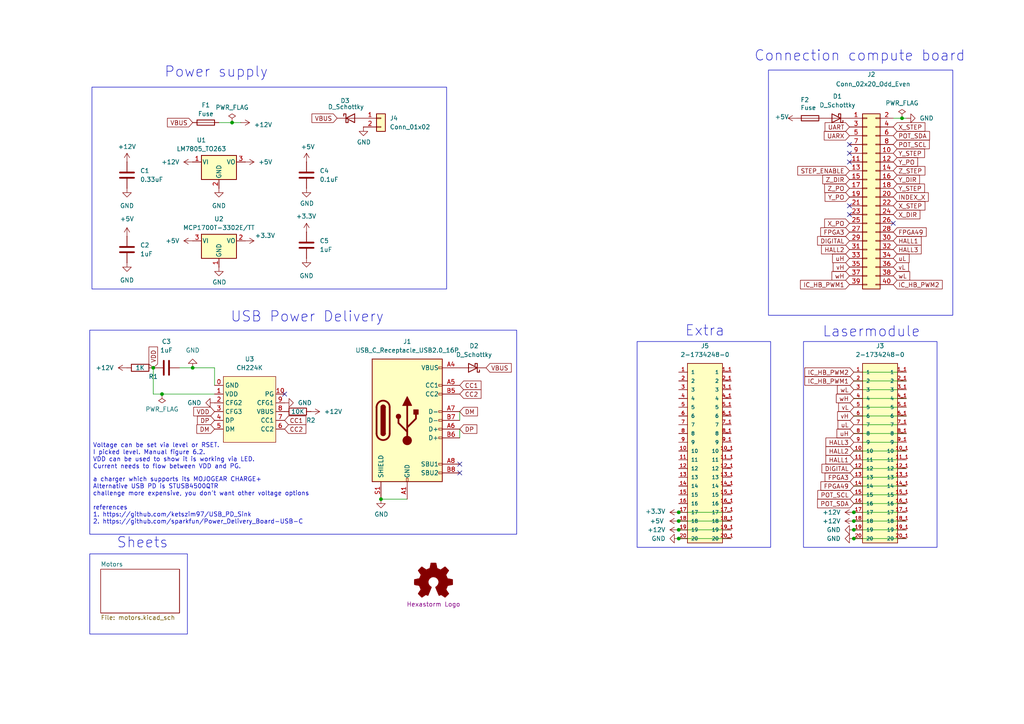
<source format=kicad_sch>
(kicad_sch (version 20231120) (generator "eeschema") (generator_version "8.0")
  (paper "A4")
  (title_block (title "Firestarter ") (date "2024-08-10") (company "Hexastorm") (comment 1 "v3"))
  (lib_symbols
    (symbol "Connector:USB_C_Receptacle_USB2.0_16P" (pin_names (offset 1.016))
      (property "Reference" "J" (at 0 22.225 0))
      (property "Value" "USB_C_Receptacle_USB2.0_16P" (at 0 19.685 0))
      (symbol "USB_C_Receptacle_USB2.0_16P_1_1"
        (pin passive line (at 0 -22.86 90) (length 5.08) (name "GND") (number "A1"))
        (pin passive line (at 0 -22.86 90) (length 5.08) hide (name "GND") (number "A12"))
        (pin passive line (at 15.24 15.24 180) (length 5.08) (name "VBUS") (number "A4"))
        (pin bidirectional line (at 15.24 10.16 180) (length 5.08) (name "CC1") (number "A5"))
        (pin bidirectional line (at 15.24 -2.54 180) (length 5.08) (name "D+") (number "A6"))
        (pin bidirectional line (at 15.24 2.54 180) (length 5.08) (name "D-") (number "A7"))
        (pin bidirectional line (at 15.24 -12.7 180) (length 5.08) (name "SBU1") (number "A8"))
        (pin passive line (at 15.24 15.24 180) (length 5.08) hide (name "VBUS") (number "A9"))
        (pin passive line (at 0 -22.86 90) (length 5.08) hide (name "GND") (number "B1"))
        (pin passive line (at 0 -22.86 90) (length 5.08) hide (name "GND") (number "B12"))
        (pin passive line (at 15.24 15.24 180) (length 5.08) hide (name "VBUS") (number "B4"))
        (pin bidirectional line (at 15.24 7.62 180) (length 5.08) (name "CC2") (number "B5"))
        (pin bidirectional line (at 15.24 -5.08 180) (length 5.08) (name "D+") (number "B6"))
        (pin bidirectional line (at 15.24 0 180) (length 5.08) (name "D-") (number "B7"))
        (pin bidirectional line (at 15.24 -15.24 180) (length 5.08) (name "SBU2") (number "B8"))
        (pin passive line (at 15.24 15.24 180) (length 5.08) hide (name "VBUS") (number "B9"))
        (pin passive line (at -7.62 -22.86 90) (length 5.08) (name "SHIELD") (number "S1"))
      )
    )
    (symbol "Connector_Generic:Conn_01x02" (pin_names (offset 1.016) hide)
      (property "Reference" "J" (at 0 2.54 0))
      (property "Value" "Conn_01x02" (at 0 -5.08 0))
      (symbol "Conn_01x02_1_1"
        (pin passive line (at -5.08 0 0) (length 3.81) (name "Pin_1") (number "1"))
        (pin passive line (at -5.08 -2.54 0) (length 3.81) (name "Pin_2") (number "2"))
      )
    )
    (symbol "Connector_Generic:Conn_02x20_Odd_Even" (pin_names (offset 1.016) hide)
      (property "Reference" "J" (at 1.27 25.4 0))
      (property "Value" "Conn_02x20_Odd_Even" (at 1.27 -27.94 0))
      (symbol "Conn_02x20_Odd_Even_1_1"
        (pin passive line (at -5.08 22.86 0) (length 3.81) (name "Pin_1") (number "1"))
        (pin passive line (at 7.62 12.7 180) (length 3.81) (name "Pin_10") (number "10"))
        (pin passive line (at -5.08 10.16 0) (length 3.81) (name "Pin_11") (number "11"))
        (pin passive line (at 7.62 10.16 180) (length 3.81) (name "Pin_12") (number "12"))
        (pin passive line (at -5.08 7.62 0) (length 3.81) (name "Pin_13") (number "13"))
        (pin passive line (at 7.62 7.62 180) (length 3.81) (name "Pin_14") (number "14"))
        (pin passive line (at -5.08 5.08 0) (length 3.81) (name "Pin_15") (number "15"))
        (pin passive line (at 7.62 5.08 180) (length 3.81) (name "Pin_16") (number "16"))
        (pin passive line (at -5.08 2.54 0) (length 3.81) (name "Pin_17") (number "17"))
        (pin passive line (at 7.62 2.54 180) (length 3.81) (name "Pin_18") (number "18"))
        (pin passive line (at -5.08 0 0) (length 3.81) (name "Pin_19") (number "19"))
        (pin passive line (at 7.62 22.86 180) (length 3.81) (name "Pin_2") (number "2"))
        (pin passive line (at 7.62 0 180) (length 3.81) (name "Pin_20") (number "20"))
        (pin passive line (at -5.08 -2.54 0) (length 3.81) (name "Pin_21") (number "21"))
        (pin passive line (at 7.62 -2.54 180) (length 3.81) (name "Pin_22") (number "22"))
        (pin passive line (at -5.08 -5.08 0) (length 3.81) (name "Pin_23") (number "23"))
        (pin passive line (at 7.62 -5.08 180) (length 3.81) (name "Pin_24") (number "24"))
        (pin passive line (at -5.08 -7.62 0) (length 3.81) (name "Pin_25") (number "25"))
        (pin passive line (at 7.62 -7.62 180) (length 3.81) (name "Pin_26") (number "26"))
        (pin passive line (at -5.08 -10.16 0) (length 3.81) (name "Pin_27") (number "27"))
        (pin passive line (at 7.62 -10.16 180) (length 3.81) (name "Pin_28") (number "28"))
        (pin passive line (at -5.08 -12.7 0) (length 3.81) (name "Pin_29") (number "29"))
        (pin passive line (at -5.08 20.32 0) (length 3.81) (name "Pin_3") (number "3"))
        (pin passive line (at 7.62 -12.7 180) (length 3.81) (name "Pin_30") (number "30"))
        (pin passive line (at -5.08 -15.24 0) (length 3.81) (name "Pin_31") (number "31"))
        (pin passive line (at 7.62 -15.24 180) (length 3.81) (name "Pin_32") (number "32"))
        (pin passive line (at -5.08 -17.78 0) (length 3.81) (name "Pin_33") (number "33"))
        (pin passive line (at 7.62 -17.78 180) (length 3.81) (name "Pin_34") (number "34"))
        (pin passive line (at -5.08 -20.32 0) (length 3.81) (name "Pin_35") (number "35"))
        (pin passive line (at 7.62 -20.32 180) (length 3.81) (name "Pin_36") (number "36"))
        (pin passive line (at -5.08 -22.86 0) (length 3.81) (name "Pin_37") (number "37"))
        (pin passive line (at 7.62 -22.86 180) (length 3.81) (name "Pin_38") (number "38"))
        (pin passive line (at -5.08 -25.4 0) (length 3.81) (name "Pin_39") (number "39"))
        (pin passive line (at 7.62 20.32 180) (length 3.81) (name "Pin_4") (number "4"))
        (pin passive line (at 7.62 -25.4 180) (length 3.81) (name "Pin_40") (number "40"))
        (pin passive line (at -5.08 17.78 0) (length 3.81) (name "Pin_5") (number "5"))
        (pin passive line (at 7.62 17.78 180) (length 3.81) (name "Pin_6") (number "6"))
        (pin passive line (at -5.08 15.24 0) (length 3.81) (name "Pin_7") (number "7"))
        (pin passive line (at 7.62 15.24 180) (length 3.81) (name "Pin_8") (number "8"))
        (pin passive line (at -5.08 12.7 0) (length 3.81) (name "Pin_9") (number "9"))
      )
    )
    (symbol "Device:C" (pin_numbers hide) (pin_names (offset 0.254))
      (property "Reference" "C" (at 0.635 2.54 0))
      (property "Value" "C" (at 0.635 -2.54 0))
      (symbol "C_1_1"
        (pin passive line (at 0 3.81 270) (length 2.794) (name "~") (number "1"))
        (pin passive line (at 0 -3.81 90) (length 2.794) (name "~") (number "2"))
      )
    )
    (symbol "Device:D_Schottky" (pin_numbers hide) (pin_names (offset 1.016) hide)
      (property "Reference" "D" (at 0 2.54 0))
      (property "Value" "D_Schottky" (at 0 -2.54 0))
      (symbol "D_Schottky_1_1"
        (pin passive line (at -3.81 0 0) (length 2.54) (name "K") (number "1"))
        (pin passive line (at 3.81 0 180) (length 2.54) (name "A") (number "2"))
      )
    )
    (symbol "Device:Fuse" (pin_numbers hide) (pin_names (offset 0))
      (property "Reference" "F" (at 2.032 0 90))
      (property "Value" "Fuse" (at -1.905 0 90))
      (symbol "Fuse_1_1"
        (pin passive line (at 0 3.81 270) (length 1.27) (name "~") (number "1"))
        (pin passive line (at 0 -3.81 90) (length 1.27) (name "~") (number "2"))
      )
    )
    (symbol "Device:R" (pin_numbers hide) (pin_names (offset 0))
      (property "Reference" "R" (at 2.032 0 90))
      (property "Value" "R" (at 0 0 90))
      (symbol "R_1_1"
        (pin passive line (at 0 3.81 270) (length 1.27) (name "~") (number "1"))
        (pin passive line (at 0 -3.81 90) (length 1.27) (name "~") (number "2"))
      )
    )
    (symbol "Graphic:Logo_Open_Hardware_Small" (in_bom no) (on_board no))
    (symbol "Regulator_Linear:LM7805_TO220" (pin_names (offset 0.254))
      (property "Reference" "U" (at -3.81 3.175 0))
      (property "Value" "LM7805_TO220" (at 0 3.175 0))
      (symbol "LM7805_TO220_1_1"
        (pin power_in line (at -7.62 0 0) (length 2.54) (name "VI") (number "1"))
        (pin power_in line (at 0 -7.62 90) (length 2.54) (name "GND") (number "2"))
        (pin power_out line (at 7.62 0 180) (length 2.54) (name "VO") (number "3"))
      )
    )
    (symbol "Regulator_Linear:MCP1700x-120xxTT" (pin_names (offset 0.254))
      (property "Reference" "U" (at -3.81 3.175 0))
      (property "Value" "MCP1700x-120xxTT" (at 0 3.175 0))
      (symbol "MCP1700x-120xxTT_1_1"
        (pin power_in line (at 0 -7.62 90) (length 2.54) (name "GND") (number "1"))
        (pin power_out line (at 7.62 0 180) (length 2.54) (name "VO") (number "2"))
        (pin power_in line (at -7.62 0 0) (length 2.54) (name "VI") (number "3"))
      )
    )
    (symbol "firestarter_library:2-1734248-0" (pin_names (offset 1.016))
      (property "Reference" "J" (at -5.08 20.955 0))
      (property "Value" "2-1734248-0" (at -6.35 -35.56 0))
      (symbol "2-1734248-0_0_0"
        (pin passive line (at -7.62 17.78 0) (length 2.54) (name "1") (number "1"))
        (pin passive line (at -7.62 -5.08 0) (length 2.54) (name "10") (number "10"))
        (pin passive line (at 7.62 -5.08 180) (length 2.54) (name "10") (number "10_1"))
        (pin passive line (at -7.62 -7.62 0) (length 2.54) (name "11") (number "11"))
        (pin passive line (at 7.62 -7.62 180) (length 2.54) (name "11") (number "11_1"))
        (pin passive line (at -7.62 -10.16 0) (length 2.54) (name "12") (number "12"))
        (pin passive line (at 7.62 -10.16 180) (length 2.54) (name "12") (number "12_1"))
        (pin passive line (at -7.62 -12.7 0) (length 2.54) (name "13") (number "13"))
        (pin passive line (at 7.62 -12.7 180) (length 2.54) (name "13") (number "13_1"))
        (pin passive line (at -7.62 -15.24 0) (length 2.54) (name "14") (number "14"))
        (pin passive line (at 7.62 -15.24 180) (length 2.54) (name "14") (number "14_1"))
        (pin passive line (at -7.62 -17.78 0) (length 2.54) (name "15") (number "15"))
        (pin passive line (at 7.62 -17.78 180) (length 2.54) (name "15") (number "15_1"))
        (pin passive line (at 7.62 17.78 180) (length 2.54) (name "1") (number "1_1"))
        (pin passive line (at -7.62 15.24 0) (length 2.54) (name "2") (number "2"))
        (pin passive line (at 7.62 15.24 180) (length 2.54) (name "2") (number "2_1"))
        (pin passive line (at -7.62 12.7 0) (length 2.54) (name "3") (number "3"))
        (pin passive line (at 7.62 12.7 180) (length 2.54) (name "3") (number "3_1"))
        (pin passive line (at -7.62 10.16 0) (length 2.54) (name "4") (number "4"))
        (pin passive line (at 7.62 10.16 180) (length 2.54) (name "4") (number "4_1"))
        (pin passive line (at -7.62 7.62 0) (length 2.54) (name "5") (number "5"))
        (pin passive line (at 7.62 7.62 180) (length 2.54) (name "5") (number "5_1"))
        (pin passive line (at -7.62 5.08 0) (length 2.54) (name "6") (number "6"))
        (pin passive line (at 7.62 5.08 180) (length 2.54) (name "6") (number "6_1"))
        (pin passive line (at -7.62 2.54 0) (length 2.54) (name "7") (number "7"))
        (pin passive line (at 7.62 2.54 180) (length 2.54) (name "7") (number "7_1"))
        (pin passive line (at -7.62 0 0) (length 2.54) (name "8") (number "8"))
        (pin passive line (at 7.62 0 180) (length 2.54) (name "8") (number "8_1"))
        (pin passive line (at -7.62 -2.54 0) (length 2.54) (name "9") (number "9"))
        (pin passive line (at 7.62 -2.54 180) (length 2.54) (name "9") (number "9_1"))
      )
      (symbol "2-1734248-0_1_0"
        (pin passive line (at -7.62 -20.32 0) (length 2.54) (name "16") (number "16"))
        (pin passive line (at 7.62 -20.32 180) (length 2.54) (name "16") (number "16_1"))
        (pin passive line (at -7.62 -22.86 0) (length 2.54) (name "17") (number "17"))
        (pin passive line (at 7.62 -22.86 180) (length 2.54) (name "17") (number "17_1"))
        (pin passive line (at -7.62 -25.4 0) (length 2.54) (name "18") (number "18"))
        (pin passive line (at 7.62 -25.4 180) (length 2.54) (name "18") (number "18_1"))
        (pin passive line (at -7.62 -27.94 0) (length 2.54) (name "19") (number "19"))
        (pin passive line (at 7.62 -27.94 180) (length 2.54) (name "19") (number "19_1"))
        (pin passive line (at -7.62 -30.48 0) (length 2.54) (name "20") (number "20"))
        (pin passive line (at 7.62 -30.48 180) (length 2.54) (name "20") (number "20_1"))
      )
    )
    (symbol "power:+12V" (power) (pin_numbers hide) (pin_names (offset 0) hide)
      (property "Value" "+12V" (at 0 3.556 0))
      (symbol "+12V_1_1"
        (pin power_in line (at 0 0 90) (length 0) (name "~") (number "1"))
      )
    )
    (symbol "power:+3.3V" (power) (pin_numbers hide) (pin_names (offset 0) hide)
      (property "Value" "+3.3V" (at 0 3.556 0))
      (symbol "+3.3V_1_1"
        (pin power_in line (at 0 0 90) (length 0) (name "~") (number "1"))
      )
    )
    (symbol "power:+5V" (power) (pin_numbers hide) (pin_names (offset 0) hide)
      (property "Value" "+5V" (at 0 3.556 0))
      (symbol "+5V_1_1"
        (pin power_in line (at 0 0 90) (length 0) (name "~") (number "1"))
      )
    )
    (symbol "power:GND" (power) (pin_numbers hide) (pin_names (offset 0) hide)
      (property "Value" "GND" (at 0 -3.81 0))
      (symbol "GND_1_1"
        (pin power_in line (at 0 0 270) (length 0) (name "~") (number "1"))
      )
    )
    (symbol "power:PWR_FLAG" (power) (pin_numbers hide) (pin_names (offset 0) hide)
      (property "Value" "PWR_FLAG" (at 0 3.81 0))
      (symbol "PWR_FLAG_0_0"
        (pin power_out line (at 0 0 90) (length 0) (name "~") (number "1"))
      )
    )
    (symbol "wch_mcu_peripheral:CH224K"
      (property "Reference" "U" (at 0 -10.16 0))
      (property "Value" "CH224K" (at 5.08 -11.43 0))
      (symbol "CH224K_1_1"
        (pin power_in line (at -10.16 7.62 0) (length 2.54) (name "GND") (number "0"))
        (pin power_in line (at -10.16 5.08 0) (length 2.54) (name "VDD") (number "1"))
        (pin output line (at 10.16 5.08 180) (length 2.54) (name "PG") (number "10"))
        (pin input line (at -10.16 2.54 0) (length 2.54) (name "CFG2") (number "2"))
        (pin input line (at -10.16 0 0) (length 2.54) (name "CFG3") (number "3"))
        (pin bidirectional line (at -10.16 -2.54 0) (length 2.54) (name "DP") (number "4"))
        (pin bidirectional line (at -10.16 -5.08 0) (length 2.54) (name "DM") (number "5"))
        (pin bidirectional line (at 10.16 -5.08 180) (length 2.54) (name "CC2") (number "6"))
        (pin bidirectional line (at 10.16 -2.54 180) (length 2.54) (name "CC1") (number "7"))
        (pin input line (at 10.16 0 180) (length 2.54) (name "VBUS") (number "8"))
        (pin input line (at 10.16 2.54 180) (length 2.54) (name "CFG1") (number "9"))
      )
    )
  )
  (junction (at 247.65 156.21))
  (junction (at 196.85 153.67))
  (junction (at 55.88 106.68))
  (junction (at 247.65 153.67))
  (junction (at 247.65 148.59))
  (junction (at 46.99 114.3))
  (junction (at 247.65 151.13))
  (junction (at 196.85 148.59))
  (junction (at 261.62 34.29))
  (junction (at 196.85 156.21))
  (junction (at 44.45 106.68))
  (junction (at 110.49 144.78))
  (junction (at 196.85 151.13))
  (junction (at 67.31 35.56))
  (no_connect (at 246.38 41.91))
  (no_connect (at 133.35 137.16))
  (no_connect (at 133.35 134.62))
  (no_connect (at 246.38 46.99))
  (no_connect (at 82.55 114.3))
  (no_connect (at 246.38 62.23))
  (no_connect (at 246.38 44.45))
  (no_connect (at 246.38 59.69))
  (no_connect (at 259.08 64.77))
  (wire (pts (xy 247.65 113.03) (xy 262.89 113.03)))
  (wire (pts (xy 247.65 140.97) (xy 262.89 140.97)))
  (wire (pts (xy 196.85 148.59) (xy 212.09 148.59)))
  (wire (pts (xy 247.65 143.51) (xy 262.89 143.51)))
  (wire (pts (xy 196.85 156.21) (xy 212.09 156.21)))
  (wire (pts (xy 247.65 120.65) (xy 262.89 120.65)))
  (wire (pts (xy 196.85 153.67) (xy 212.09 153.67)))
  (wire (pts (xy 247.65 110.49) (xy 262.89 110.49)))
  (wire (pts (xy 110.49 144.78) (xy 118.11 144.78)))
  (wire (pts (xy 247.65 115.57) (xy 262.89 115.57)))
  (wire (pts (xy 44.45 106.68) (xy 44.45 114.3)))
  (wire (pts (xy 52.07 106.68) (xy 55.88 106.68)))
  (wire (pts (xy 196.85 151.13) (xy 212.09 151.13)))
  (wire (pts (xy 67.31 35.56) (xy 69.85 35.56)))
  (wire (pts (xy 247.65 130.81) (xy 262.89 130.81)))
  (wire (pts (xy 261.62 34.29) (xy 262.89 34.29)))
  (wire (pts (xy 55.88 106.68) (xy 62.23 106.68)))
  (wire (pts (xy 247.65 107.95) (xy 262.89 107.95)))
  (wire (pts (xy 247.65 151.13) (xy 262.89 151.13)))
  (wire (pts (xy 247.65 146.05) (xy 262.89 146.05)))
  (wire (pts (xy 247.65 128.27) (xy 262.89 128.27)))
  (wire (pts (xy 247.65 118.11) (xy 262.89 118.11)))
  (wire (pts (xy 247.65 153.67) (xy 262.89 153.67)))
  (wire (pts (xy 247.65 135.89) (xy 262.89 135.89)))
  (wire (pts (xy 247.65 133.35) (xy 262.89 133.35)))
  (wire (pts (xy 44.45 114.3) (xy 46.99 114.3)))
  (wire (pts (xy 63.5 35.56) (xy 67.31 35.56)))
  (wire (pts (xy 259.08 34.29) (xy 261.62 34.29)))
  (wire (pts (xy 62.23 106.68) (xy 62.23 111.76)))
  (wire (pts (xy 247.65 125.73) (xy 262.89 125.73)))
  (wire (pts (xy 247.65 138.43) (xy 262.89 138.43)))
  (wire (pts (xy 133.35 124.46) (xy 133.35 127)))
  (wire (pts (xy 247.65 156.21) (xy 262.89 156.21)))
  (wire (pts (xy 247.65 123.19) (xy 262.89 123.19)))
  (wire (pts (xy 247.65 148.59) (xy 262.89 148.59)))
  (wire (pts (xy 46.99 114.3) (xy 62.23 114.3)))
  (wire (pts (xy 133.35 119.38) (xy 133.35 121.92)))
  (rectangle (start 26.67 25.273) (end 129.54 83.82))
  (rectangle (start 233.045 99.06) (end 271.78 158.75))
  (rectangle (start 26.035 95.758) (end 149.86 154.94))
  (rectangle (start 222.885 20.32) (end 276.352 91.44))
  (rectangle (start 26.035 160.655) (end 54.356 183.896))
  (rectangle (start 184.785 99.06) (end 223.52 158.75))
  (text "Power supply" (at 47.625 22.733 0) (effects (font (size 3 3)) (justify left bottom)))
  (text "Voltage can be set via level or RSET.\nI picked level. Manual figure 6.2.\nVDD can be used to show it is working via LED. \nCurrent needs to flow between VDD and PG." (at 26.924 136.144 0) (effects (font (size 1.27 1.27)) (justify left bottom)))
  (text "USB Power Delivery" (at 66.802 93.726 0) (effects (font (size 3 3)) (justify left bottom)))
  (text "a charger which supports its MOJOGEAR CHARGE+\nAlternative USB PD is STUSB4500QTR\nchallenge more expensive, you don't want other voltage options\n\nreferences\n1. https://github.com/ketszim97/USB_PD_Sink\n2. https://github.com/sparkfun/Power_Delivery_Board-USB-C" (at 26.924 145.288 0) (effects (font (size 1.27 1.27)) (justify left)))
  (text "Sheets" (at 33.782 159.258 0) (effects (font (size 3 3)) (justify left bottom)))
  (text "Extra" (at 198.628 97.79 0) (effects (font (size 3 3)) (justify left bottom)))
  (text "Lasermodule" (at 238.506 98.044 0) (effects (font (size 3 3)) (justify left bottom)))
  (text "Connection compute board" (at 218.694 18.034 0) (effects (font (size 3 3)) (justify left bottom)))
  (global_label "INDEX_X" (shape input) (at 259.08 57.15 0) (property "Intersheetrefs" "${INTERSHEET_REFS}" (effects (hide yes))))
  (global_label "VBUS" (shape input) (at 97.79 34.29 180) (property "Intersheetrefs" "${INTERSHEET_REFS}" (effects (hide yes))))
  (global_label "vL" (shape input) (at 259.08 77.47 0) (property "Intersheetrefs" "${INTERSHEET_REFS}" (effects (hide yes))))
  (global_label "DP" (shape input) (at 62.23 121.92 180) (property "Intersheetrefs" "${INTERSHEET_REFS}" (effects (hide yes))))
  (global_label "POT_SCL" (shape input) (at 259.08 41.91 0) (property "Intersheetrefs" "${INTERSHEET_REFS}" (effects (hide yes))))
  (global_label "VBUS" (shape input) (at 140.97 106.68 0) (property "Intersheetrefs" "${INTERSHEET_REFS}" (effects (hide yes))))
  (global_label "IC_HB_PWM2" (shape input) (at 259.08 82.55 0) (property "Intersheetrefs" "${INTERSHEET_REFS}" (effects (hide yes))))
  (global_label "vL" (shape input) (at 247.65 118.11 180) (property "Intersheetrefs" "${INTERSHEET_REFS}" (effects (hide yes))))
  (global_label "IC_HB_PWM1" (shape input) (at 247.65 110.49 180) (property "Intersheetrefs" "${INTERSHEET_REFS}" (effects (hide yes))))
  (global_label "DIGITAL" (shape input) (at 246.38 69.85 180) (property "Intersheetrefs" "${INTERSHEET_REFS}" (effects (hide yes))))
  (global_label "vH" (shape input) (at 247.65 120.65 180) (property "Intersheetrefs" "${INTERSHEET_REFS}" (effects (hide yes))))
  (global_label "vH" (shape input) (at 246.38 77.47 180) (property "Intersheetrefs" "${INTERSHEET_REFS}" (effects (hide yes))))
  (global_label "Y_DIR" (shape input) (at 259.08 52.07 0) (property "Intersheetrefs" "${INTERSHEET_REFS}" (effects (hide yes))))
  (global_label "wH" (shape input) (at 246.38 80.01 180) (property "Intersheetrefs" "${INTERSHEET_REFS}" (effects (hide yes))))
  (global_label "IC_HB_PWM2" (shape input) (at 247.65 107.95 180) (property "Intersheetrefs" "${INTERSHEET_REFS}" (effects (hide yes))))
  (global_label "uH" (shape input) (at 246.38 74.93 180) (property "Intersheetrefs" "${INTERSHEET_REFS}" (effects (hide yes))))
  (global_label "wL" (shape input) (at 247.65 113.03 180) (property "Intersheetrefs" "${INTERSHEET_REFS}" (effects (hide yes))))
  (global_label "DIGITAL" (shape input) (at 247.65 135.89 180) (property "Intersheetrefs" "${INTERSHEET_REFS}" (effects (hide yes))))
  (global_label "UARX" (shape input) (at 246.38 39.37 180) (property "Intersheetrefs" "${INTERSHEET_REFS}" (effects (hide yes))))
  (global_label "STEP_ENABLE" (shape input) (at 246.38 49.53 180) (property "Intersheetrefs" "${INTERSHEET_REFS}" (effects (hide yes))))
  (global_label "IC_HB_PWM1" (shape input) (at 246.38 82.55 180) (property "Intersheetrefs" "${INTERSHEET_REFS}" (effects (hide yes))))
  (global_label "wH" (shape input) (at 247.65 115.57 180) (property "Intersheetrefs" "${INTERSHEET_REFS}" (effects (hide yes))))
  (global_label "UART" (shape input) (at 246.38 36.83 180) (property "Intersheetrefs" "${INTERSHEET_REFS}" (effects (hide yes))))
  (global_label "uL" (shape input) (at 247.65 123.19 180) (property "Intersheetrefs" "${INTERSHEET_REFS}" (effects (hide yes))))
  (global_label "Y_PO" (shape input) (at 246.38 57.15 180) (property "Intersheetrefs" "${INTERSHEET_REFS}" (effects (hide yes))))
  (global_label "HALL3" (shape input) (at 247.65 128.27 180) (property "Intersheetrefs" "${INTERSHEET_REFS}" (effects (hide yes))))
  (global_label "DP" (shape input) (at 133.35 124.46 0) (property "Intersheetrefs" "${INTERSHEET_REFS}" (effects (hide yes))))
  (global_label "Z_STEP" (shape input) (at 259.08 49.53 0) (property "Intersheetrefs" "${INTERSHEET_REFS}" (effects (hide yes))))
  (global_label "HALL1" (shape input) (at 247.65 133.35 180) (property "Intersheetrefs" "${INTERSHEET_REFS}" (effects (hide yes))))
  (global_label "HALL1" (shape input) (at 259.08 69.85 0) (property "Intersheetrefs" "${INTERSHEET_REFS}" (effects (hide yes))))
  (global_label "Y_STEP" (shape input) (at 259.08 44.45 0) (property "Intersheetrefs" "${INTERSHEET_REFS}" (effects (hide yes))))
  (global_label "CC1" (shape input) (at 133.35 111.76 0) (property "Intersheetrefs" "${INTERSHEET_REFS}" (effects (hide yes))))
  (global_label "uH" (shape input) (at 247.65 125.73 180) (property "Intersheetrefs" "${INTERSHEET_REFS}" (effects (hide yes))))
  (global_label "HALL2" (shape input) (at 246.38 72.39 180) (property "Intersheetrefs" "${INTERSHEET_REFS}" (effects (hide yes))))
  (global_label "X_STEP" (shape input) (at 259.08 59.69 0) (property "Intersheetrefs" "${INTERSHEET_REFS}" (effects (hide yes))))
  (global_label "VBUS" (shape input) (at 55.88 35.56 180) (property "Intersheetrefs" "${INTERSHEET_REFS}" (effects (hide yes))))
  (global_label "CC2" (shape input) (at 133.35 114.3 0) (property "Intersheetrefs" "${INTERSHEET_REFS}" (effects (hide yes))))
  (global_label "X_STEP" (shape input) (at 259.08 36.83 0) (property "Intersheetrefs" "${INTERSHEET_REFS}" (effects (hide yes))))
  (global_label "Z_DIR" (shape input) (at 246.38 52.07 180) (property "Intersheetrefs" "${INTERSHEET_REFS}" (effects (hide yes))))
  (global_label "Z_PO" (shape input) (at 246.38 54.61 180) (property "Intersheetrefs" "${INTERSHEET_REFS}" (effects (hide yes))))
  (global_label "wL" (shape input) (at 259.08 80.01 0) (property "Intersheetrefs" "${INTERSHEET_REFS}" (effects (hide yes))))
  (global_label "CC1" (shape input) (at 82.55 121.92 0) (property "Intersheetrefs" "${INTERSHEET_REFS}" (effects (hide yes))))
  (global_label "uL" (shape input) (at 259.08 74.93 0) (property "Intersheetrefs" "${INTERSHEET_REFS}" (effects (hide yes))))
  (global_label "FPGA49" (shape input) (at 247.65 140.97 180) (property "Intersheetrefs" "${INTERSHEET_REFS}" (effects (hide yes))))
  (global_label "Y_STEP" (shape input) (at 259.08 54.61 0) (property "Intersheetrefs" "${INTERSHEET_REFS}" (effects (hide yes))))
  (global_label "FPGA3" (shape input) (at 247.65 138.43 180) (property "Intersheetrefs" "${INTERSHEET_REFS}" (effects (hide yes))))
  (global_label "VDD" (shape input) (at 62.23 119.38 180) (property "Intersheetrefs" "${INTERSHEET_REFS}" (effects (hide yes))))
  (global_label "X_DIR" (shape input) (at 259.08 62.23 0) (property "Intersheetrefs" "${INTERSHEET_REFS}" (effects (hide yes))))
  (global_label "FPGA49" (shape input) (at 259.08 67.31 0) (property "Intersheetrefs" "${INTERSHEET_REFS}" (effects (hide yes))))
  (global_label "X_PO" (shape input) (at 246.38 64.77 180) (property "Intersheetrefs" "${INTERSHEET_REFS}" (effects (hide yes))))
  (global_label "POT_SDA" (shape input) (at 259.08 39.37 0) (property "Intersheetrefs" "${INTERSHEET_REFS}" (effects (hide yes))))
  (global_label "Y_PO" (shape input) (at 259.08 46.99 0) (property "Intersheetrefs" "${INTERSHEET_REFS}" (effects (hide yes))))
  (global_label "POT_SCL" (shape input) (at 247.65 143.51 180) (property "Intersheetrefs" "${INTERSHEET_REFS}" (effects (hide yes))))
  (global_label "FPGA3" (shape input) (at 246.38 67.31 180) (property "Intersheetrefs" "${INTERSHEET_REFS}" (effects (hide yes))))
  (global_label "HALL2" (shape input) (at 247.65 130.81 180) (property "Intersheetrefs" "${INTERSHEET_REFS}" (effects (hide yes))))
  (global_label "HALL3" (shape input) (at 259.08 72.39 0) (property "Intersheetrefs" "${INTERSHEET_REFS}" (effects (hide yes))))
  (global_label "VDD" (shape input) (at 44.45 106.68 90) (property "Intersheetrefs" "${INTERSHEET_REFS}" (effects (hide yes))))
  (global_label "DM" (shape input) (at 133.35 119.38 0) (property "Intersheetrefs" "${INTERSHEET_REFS}" (effects (hide yes))))
  (global_label "POT_SDA" (shape input) (at 247.65 146.05 180) (property "Intersheetrefs" "${INTERSHEET_REFS}" (effects (hide yes))))
  (global_label "CC2" (shape input) (at 82.55 124.46 0) (property "Intersheetrefs" "${INTERSHEET_REFS}" (effects (hide yes))))
  (global_label "DM" (shape input) (at 62.23 124.46 180) (property "Intersheetrefs" "${INTERSHEET_REFS}" (effects (hide yes))))
  (symbol (lib_id "power:PWR_FLAG") (at 67.31 35.56 0) (unit 1)
    (property "Reference" "#FLG02" (effects (hide yes)))
    (property "Value" "PWR_FLAG" (at 67.31 31.1658 0))
    (property "Description" "Special symbol for telling ERC where power comes from" (effects (hide yes)))
  )
  (symbol (lib_id "Device:D_Schottky") (at 242.57 34.29 180) (unit 1)
    (property "Reference" "D1" (at 242.8875 27.94 0))
    (property "Value" "D_Schottky" (at 242.8875 30.48 0))
    (property "Footprint" "Diode_SMD:D_SOD-323_HandSoldering" (effects (hide yes)))
    (property "Producer" "SD103AWS-E3-08" (effects (hide yes)))
    (property "Farnell" "2393466" (effects (hide yes)))
    (property "Mouser" "78-SD103AWS-HE3-18" (effects (hide yes)))
  )
  (symbol (lib_id "power:GND") (at 110.49 144.78 0) (unit 1)
    (property "Reference" "#PWR021" (effects (hide yes)))
    (property "Value" "GND" (at 110.617 149.1742 0))
  )
  (symbol (lib_id "Device:C") (at 36.83 72.39 180) (unit 1)
    (property "Reference" "C2" (at 40.64 71.1199 0) (effects (justify right)))
    (property "Value" "1uF" (at 40.64 73.6599 0) (effects (justify right)))
    (property "Footprint" "Capacitor_SMD:C_0805_2012Metric_Pad1.18x1.45mm_HandSolder" (effects (hide yes)))
    (property "Farnell" "2094043" (effects (hide yes)))
    (property "Producer" "08055C105KAT2A" (effects (hide yes)))
    (property "Mouser" "581-08055C105KAT2A " (effects (hide yes)))
  )
  (symbol (lib_id "Device:C") (at 36.83 50.8 0) (unit 1)
    (property "Reference" "C1" (at 40.64 49.5299 0) (effects (justify left)))
    (property "Value" "0.33uF" (at 40.64 52.0699 0) (effects (justify left)))
    (property "Footprint" "Capacitor_SMD:C_0805_2012Metric_Pad1.18x1.45mm_HandSolder" (effects (hide yes)))
    (property "Farnell" "2332405 " (effects (hide yes)))
    (property "Mouser" "80-C0805C334K5R" (effects (hide yes)))
    (property "Producer" "C0805C334K5RACTU" (effects (hide yes)))
  )
  (symbol (lib_id "power:GND") (at 105.41 36.83 0) (unit 1)
    (property "Reference" "#PWR022" (effects (hide yes)))
    (property "Value" "GND" (at 105.537 41.2242 0))
    (property "Description" "Power symbol creates a global label with name \"GND\" , ground" (effects (hide yes)))
  )
  (symbol (lib_id "Device:R") (at 40.64 106.68 270) (unit 1)
    (property "Reference" "R1" (at 44.45 109.22 90))
    (property "Value" "1K" (at 40.64 106.68 90))
    (property "Footprint" "Resistor_SMD:R_0805_2012Metric" (effects (hide yes)))
    (property "Producer" "CRCW08051K00FKEA" (effects (hide yes)))
    (property "Mouser" "71-CRCW0805-1.0K-E3" (effects (hide yes)))
    (property "Farnell" "1469847" (effects (hide yes)))
  )
  (symbol (lib_id "Graphic:Logo_Open_Hardware_Small") (at 125.73 168.91 0) (unit 1) (exclude_from_sim yes)
    (property "Reference" "G1" (effects (hide yes)))
    (property "Value" "hexastorm" (effects (hide yes)))
    (property "Footprint" "footprints:hexastorm" (effects (hide yes)))
    (property "Text" "Hexastorm Logo" (at 125.73 175.26 0))
  )
  (symbol (lib_id "power:+3.3V") (at 71.12 69.85 270) (unit 1)
    (property "Reference" "#PWR014" (effects (hide yes)))
    (property "Value" "+3.3V" (at 73.914 68.326 90) (effects (justify left)))
    (property "Description" "Power symbol creates a global label with name \"+3.3V\"" (effects (hide yes)))
  )
  (symbol (lib_id "power:GND") (at 247.65 153.67 270) (unit 1)
    (property "Reference" "#PWR026" (effects (hide yes)))
    (property "Value" "GND" (at 243.84 153.6699 90) (effects (justify right)))
    (property "Description" "Power symbol creates a global label with name \"GND\" , ground" (effects (hide yes)))
  )
  (symbol (lib_id "power:+3.3V") (at 88.9 67.31 0) (unit 1)
    (property "Reference" "#PWR018" (effects (hide yes)))
    (property "Value" "+3.3V" (at 85.852 62.738 0) (effects (justify left)))
    (property "Description" "Power symbol creates a global label with name \"+3.3V\"" (effects (hide yes)))
  )
  (symbol (lib_id "firestarter_library:2-1734248-0") (at 255.27 125.73 0) (unit 1)
    (property "Reference" "J3" (at 255.27 100.33 0))
    (property "Value" "2-1734248-0" (at 255.27 102.87 0))
    (property "Footprint" "footprints:TE_2-1734248-0" (effects (hide yes)))
    (property "Description" "Conn FPC Connector SKT 15 POS 1mm Solder ST SMD T/R" (effects (hide yes)))
    (property "Mouser" "571-2-1734248-0" (effects (hide yes)))
    (property "Producer" "2-1734248-0" (effects (hide yes)))
    (property "Farnell" "3404513" (effects (hide yes)))
  )
  (symbol (lib_id "power:+5V") (at 231.14 34.29 90) (unit 1)
    (property "Reference" "#PWR023" (effects (hide yes)))
    (property "Value" "+5V" (at 226.7458 33.909 90))
    (property "Description" "Power symbol creates a global label with name \"+5V\"" (effects (hide yes)))
  )
  (symbol (lib_id "power:GND") (at 262.89 34.29 90) (unit 1)
    (property "Reference" "#PWR028" (effects (hide yes)))
    (property "Value" "GND" (at 266.7 34.2899 90) (effects (justify right)))
    (property "Description" "Power symbol creates a global label with name \"GND\" , ground" (effects (hide yes)))
  )
  (symbol (lib_id "power:PWR_FLAG") (at 46.99 114.3 180) (unit 1)
    (property "Reference" "#FLG01" (effects (hide yes)))
    (property "Value" "PWR_FLAG" (at 46.99 118.6942 0))
    (property "Description" "Special symbol for telling ERC where power comes from" (effects (hide yes)))
  )
  (symbol (lib_id "power:+12V") (at 55.88 46.99 90) (unit 1)
    (property "Reference" "#PWR06" (effects (hide yes)))
    (property "Value" "+12V" (at 52.07 46.99 90) (effects (justify left)))
    (property "Description" "Power symbol creates a global label with name \"+12V\"" (effects (hide yes)))
  )
  (symbol (lib_id "power:GND") (at 36.83 76.2 0) (unit 1)
    (property "Reference" "#PWR04" (effects (hide yes)))
    (property "Value" "GND" (at 36.83 81.28 0))
    (property "Description" "Power symbol creates a global label with name \"GND\" , ground" (effects (hide yes)))
  )
  (symbol (lib_id "Device:D_Schottky") (at 137.16 106.68 180) (unit 1)
    (property "Reference" "D2" (at 137.4775 100.33 0))
    (property "Value" "D_Schottky" (at 137.4775 102.87 0))
    (property "Footprint" "Diode_SMD:D_SOD-323_HandSoldering" (effects (hide yes)))
    (property "Producer" "SD103AWS-E3-08" (effects (hide yes)))
    (property "Farnell" "2393466" (effects (hide yes)))
    (property "Mouser" "78-SD103AWS-HE3-18" (effects (hide yes)))
  )
  (symbol (lib_id "power:PWR_FLAG") (at 261.62 34.29 0) (unit 1)
    (property "Reference" "#FLG03" (effects (hide yes)))
    (property "Value" "PWR_FLAG" (at 261.62 29.8958 0))
    (property "Description" "Special symbol for telling ERC where power comes from" (effects (hide yes)))
  )
  (symbol (lib_id "power:GND") (at 36.83 54.61 0) (unit 1)
    (property "Reference" "#PWR02" (effects (hide yes)))
    (property "Value" "GND" (at 36.83 59.69 0))
    (property "Description" "Power symbol creates a global label with name \"GND\" , ground" (effects (hide yes)))
  )
  (symbol (lib_id "Regulator_Linear:MCP1700x-120xxTT") (at 63.5 69.85 0) (unit 1)
    (property "Reference" "U2" (at 63.5 63.5 0))
    (property "Value" "MCP1700T-3302E/TT" (at 63.5 66.04 0))
    (property "Footprint" "Package_TO_SOT_SMD:SOT-23" (effects (hide yes)))
    (property "Datasheet" "http://ww1.microchip.com/downloads/en/DeviceDoc/20001826D.pdf" (effects (hide yes)))
    (property "Mouser" " 579-MCP1700T3302E/TT " (effects (hide yes)))
    (property "Farnell" "1296592" (effects (hide yes)))
    (property "Producer" "MCP1700T-3302E/TT" (effects (hide yes)))
  )
  (symbol (lib_id "power:+3.3V") (at 196.85 148.59 90) (unit 1)
    (property "Reference" "#PWR047" (effects (hide yes)))
    (property "Value" "+3.3V" (at 193.04 148.336 90) (effects (justify left)))
    (property "Description" "Power symbol creates a global label with name \"+3.3V\"" (effects (hide yes)))
  )
  (symbol (lib_id "Device:C") (at 88.9 50.8 0) (unit 1)
    (property "Reference" "C4" (at 92.71 49.5299 0) (effects (justify left)))
    (property "Value" "0.1uF" (at 92.71 52.0699 0) (effects (justify left)))
    (property "Footprint" "Capacitor_SMD:C_0805_2012Metric_Pad1.18x1.45mm_HandSolder" (effects (hide yes)))
    (property "Description" "C0805C104J5RACTU" (effects (hide yes)))
    (property "Mouser" "80-C0805C104J5R " (effects (hide yes)))
    (property "Farnell" "1414663 " (effects (hide yes)))
  )
  (symbol (lib_id "power:GND") (at 63.5 77.47 0) (unit 1)
    (property "Reference" "#PWR011" (effects (hide yes)))
    (property "Value" "GND" (at 63.627 81.8642 0))
    (property "Description" "Power symbol creates a global label with name \"GND\" , ground" (effects (hide yes)))
  )
  (symbol (lib_id "power:+12V") (at 196.85 153.67 90) (unit 1)
    (property "Reference" "#PWR037" (effects (hide yes)))
    (property "Value" "+12V" (at 193.04 153.6699 90) (effects (justify left)))
    (property "Description" "Power symbol creates a global label with name \"+12V\"" (effects (hide yes)))
  )
  (symbol (lib_id "power:+5V") (at 71.12 46.99 270) (unit 1)
    (property "Reference" "#PWR013" (effects (hide yes)))
    (property "Value" "+5V" (at 74.93 46.99 90) (effects (justify left)))
    (property "Description" "Power symbol creates a global label with name \"+5V\"" (effects (hide yes)))
  )
  (symbol (lib_id "power:GND") (at 63.5 54.61 0) (unit 1)
    (property "Reference" "#PWR010" (effects (hide yes)))
    (property "Value" "GND" (at 63.5 59.69 0))
    (property "Description" "Power symbol creates a global label with name \"GND\" , ground" (effects (hide yes)))
  )
  (symbol (lib_id "power:GND") (at 88.9 54.61 0) (unit 1)
    (property "Reference" "#PWR017" (effects (hide yes)))
    (property "Value" "GND" (at 89.027 59.0042 0))
    (property "Description" "Power symbol creates a global label with name \"GND\" , ground" (effects (hide yes)))
  )
  (symbol (lib_id "Connector_Generic:Conn_01x02") (at 110.49 34.29 0) (unit 1)
    (property "Reference" "J4" (at 113.03 34.2899 0) (effects (justify left)))
    (property "Value" "Conn_01x02" (at 113.03 36.8299 0) (effects (justify left)))
    (property "Footprint" "footprints:VN02A1500000G" (effects (hide yes)))
    (property "Description" "Generic connector, single row, 01x02, script generated (kicad-library-utils/schlib/autogen/connector/)" (effects (hide yes)))
    (property "Producer" " VN02A1500000G or 282834-2" (effects (hide yes)))
    (property "Mouser" "649-VN02A15000J0G" (effects (hide yes)))
    (property "Farnell" "2112482" (effects (hide yes)))
  )
  (symbol (lib_id "power:+5V") (at 55.88 69.85 90) (unit 1)
    (property "Reference" "#PWR07" (effects (hide yes)))
    (property "Value" "+5V" (at 52.07 69.8499 90) (effects (justify left)))
    (property "Description" "Power symbol creates a global label with name \"+5V\"" (effects (hide yes)))
  )
  (symbol (lib_id "power:GND") (at 247.65 156.21 270) (unit 1)
    (property "Reference" "#PWR027" (effects (hide yes)))
    (property "Value" "GND" (at 243.84 156.2099 90) (effects (justify right)))
    (property "Description" "Power symbol creates a global label with name \"GND\" , ground" (effects (hide yes)))
  )
  (symbol (lib_id "power:+12V") (at 247.65 151.13 90) (unit 1)
    (property "Reference" "#PWR025" (effects (hide yes)))
    (property "Value" "+12V" (at 243.84 151.1299 90) (effects (justify left)))
    (property "Description" "Power symbol creates a global label with name \"+12V\"" (effects (hide yes)))
  )
  (symbol (lib_id "power:GND") (at 88.9 74.93 0) (unit 1)
    (property "Reference" "#PWR019" (effects (hide yes)))
    (property "Value" "GND" (at 88.9 80.01 0))
    (property "Description" "Power symbol creates a global label with name \"GND\" , ground" (effects (hide yes)))
  )
  (symbol (lib_id "firestarter_library:2-1734248-0") (at 204.47 125.73 0) (unit 1)
    (property "Reference" "J5" (at 204.47 100.33 0))
    (property "Value" "2-1734248-0" (at 204.47 102.87 0))
    (property "Footprint" "footprints:TE_2-1734248-0" (effects (hide yes)))
    (property "Description" "Conn FPC Connector SKT 15 POS 1mm Solder ST SMD T/R" (effects (hide yes)))
    (property "Mouser" "571-2-1734248-0" (effects (hide yes)))
    (property "Producer" "2-1734248-0" (effects (hide yes)))
    (property "Farnell" "3404513" (effects (hide yes)))
  )
  (symbol (lib_id "power:GND") (at 62.23 116.84 270) (unit 1)
    (property "Reference" "#PWR09" (effects (hide yes)))
    (property "Value" "GND" (at 58.42 116.84 90) (effects (justify right)))
    (property "Description" "Power symbol creates a global label with name \"GND\" , ground" (effects (hide yes)))
  )
  (symbol (lib_id "power:GND") (at 82.55 116.84 90) (unit 1)
    (property "Reference" "#PWR015" (effects (hide yes)))
    (property "Value" "GND" (at 86.36 116.8399 90) (effects (justify right)))
    (property "Description" "Power symbol creates a global label with name \"GND\" , ground" (effects (hide yes)))
  )
  (symbol (lib_id "power:+12V") (at 69.85 35.56 270) (unit 1)
    (property "Reference" "#PWR012" (effects (hide yes)))
    (property "Value" "+12V" (at 73.66 36.195 90) (effects (justify left)))
    (property "Description" "Power symbol creates a global label with name \"+12V\"" (effects (hide yes)))
  )
  (symbol (lib_id "power:GND") (at 55.88 106.68 180) (unit 1)
    (property "Reference" "#PWR08" (effects (hide yes)))
    (property "Value" "GND" (at 55.88 101.6 0))
    (property "Description" "Power symbol creates a global label with name \"GND\" , ground" (effects (hide yes)))
  )
  (symbol (lib_id "power:+12V") (at 36.83 106.68 90) (unit 1)
    (property "Reference" "#PWR05" (effects (hide yes)))
    (property "Value" "+12V" (at 33.02 106.68 90) (effects (justify left)))
    (property "Description" "Power symbol creates a global label with name \"+12V\"" (effects (hide yes)))
  )
  (symbol (lib_id "power:+12V") (at 36.83 46.99 0) (unit 1)
    (property "Reference" "#PWR01" (effects (hide yes)))
    (property "Value" "+12V" (at 36.83 42.545 0))
    (property "Description" "Power symbol creates a global label with name \"+12V\"" (effects (hide yes)))
  )
  (symbol (lib_id "wch_mcu_peripheral:CH224K") (at 72.39 119.38 0) (unit 1)
    (property "Reference" "U3" (at 72.39 104.14 0))
    (property "Value" "CH224K" (at 72.39 106.68 0))
    (property "Footprint" "footprints:ESSOP-10_CH224K" (effects (hide yes)))
    (property "Datasheet" "http://www.wch-ic.com/downloads/CH224DS1_PDF.html" (effects (hide yes)))
    (property "Description" "USB PD & Type-C & Fast Charge Power Consumer Controller" (effects (hide yes)))
    (property "Alternatives" "HUSB238, even more low level is FUSB302 (see hackaday)" (effects (hide yes)))
  )
  (symbol (lib_id "Device:C") (at 88.9 71.12 180) (unit 1)
    (property "Reference" "C5" (at 92.71 69.8499 0) (effects (justify right)))
    (property "Value" "1uF" (at 92.71 72.3899 0) (effects (justify right)))
    (property "Footprint" "Capacitor_SMD:C_0805_2012Metric_Pad1.18x1.45mm_HandSolder" (effects (hide yes)))
    (property "Farnell" "2094043" (effects (hide yes)))
    (property "Producer" "08055C105KAT2A" (effects (hide yes)))
    (property "Mouser" "581-08055C105KAT2A " (effects (hide yes)))
  )
  (symbol (lib_id "power:+5V") (at 88.9 46.99 0) (unit 1)
    (property "Reference" "#PWR016" (effects (hide yes)))
    (property "Value" "+5V" (at 89.281 42.5958 0))
    (property "Description" "Power symbol creates a global label with name \"+5V\"" (effects (hide yes)))
  )
  (symbol (lib_id "power:GND") (at 196.85 156.21 270) (unit 1)
    (property "Reference" "#PWR036" (effects (hide yes)))
    (property "Value" "GND" (at 193.04 156.2099 90) (effects (justify right)))
    (property "Description" "Power symbol creates a global label with name \"GND\" , ground" (effects (hide yes)))
  )
  (symbol (lib_id "Regulator_Linear:LM7805_TO220") (at 63.5 46.99 0) (unit 1)
    (property "Reference" "U1" (at 58.42 40.64 0))
    (property "Value" "LM7805_TO263" (at 58.42 43.18 0))
    (property "Footprint" "Package_TO_SOT_SMD:TO-263-3_TabPin2" (effects (hide yes)))
    (property "Datasheet" "ONSEMI MC7805CD2TR4G" (effects (hide yes)))
    (property "Mouser" "863-MC7805BD2TG" (effects (hide yes)))
    (property "Producer" "MC7805BD2TG" (effects (hide yes)))
    (property "Farnell" "2102566" (effects (hide yes)))
  )
  (symbol (lib_id "power:+5V") (at 196.85 151.13 90) (unit 1)
    (property "Reference" "#PWR038" (effects (hide yes)))
    (property "Value" "+5V" (at 190.5 151.13 90))
    (property "Description" "Power symbol creates a global label with name \"+5V\"" (effects (hide yes)))
  )
  (symbol (lib_id "power:+5V") (at 36.83 68.58 0) (unit 1)
    (property "Reference" "#PWR03" (effects (hide yes)))
    (property "Value" "+5V" (at 36.83 63.5 0))
    (property "Description" "Power symbol creates a global label with name \"+5V\"" (effects (hide yes)))
  )
  (symbol (lib_id "Device:Fuse") (at 234.95 34.29 270) (unit 1)
    (property "Reference" "F2" (at 233.426 28.956 90))
    (property "Value" "Fuse" (at 234.442 31.242 90))
    (property "Footprint" "Fuse:Fuse_0402_1005Metric_Pad0.77x0.64mm_HandSolder" (effects (hide yes)))
    (property "Farnell" "2799448" (effects (hide yes)))
    (property "Producer" "SF-0402FP100-2" (effects (hide yes)))
    (property "Mouser" "652-SF-0402FP100-2" (effects (hide yes)))
  )
  (symbol (lib_id "Connector:USB_C_Receptacle_USB2.0_16P") (at 118.11 121.92 0) (unit 1)
    (property "Reference" "J1" (at 118.11 99.06 0))
    (property "Value" "USB_C_Receptacle_USB2.0_16P" (at 118.11 101.6 0))
    (property "Footprint" "footprints:USB_C_Receptacle_GCT_USB4105-xx-A_16P_TopMnt_Horizontal" (effects (hide yes)))
    (property "Datasheet" "https://www.usb.org/sites/default/files/documents/usb_type-c.zip" (effects (hide yes)))
    (property "Description" "USB 2.0-only 16P Type-C Receptacle connector" (effects (hide yes)))
    (property "Notes" "VCONN is CC2, you need 5.1K otherwise you don't get current\\nfrom supply https://hackaday.com/2023/01/04/all-about-usb-c-resistors-and-emarkers/\\nhttps://forum.kicad.info/t/replace-micro-usb-b-receptable-with-usb-c-receptable/17671" (effects (hide yes)))
    (property "Mouser" "640-USB4105-GF-A" (effects (hide yes)))
    (property "Farnell" "3588205 " (effects (hide yes)))
    (property "Producer" "USB4105-GF-A" (effects (hide yes)))
  )
  (symbol (lib_id "power:+12V") (at 247.65 148.59 90) (unit 1)
    (property "Reference" "#PWR024" (effects (hide yes)))
    (property "Value" "+12V" (at 243.84 148.5899 90) (effects (justify left)))
    (property "Description" "Power symbol creates a global label with name \"+12V\"" (effects (hide yes)))
  )
  (symbol (lib_id "Device:C") (at 48.26 106.68 90) (unit 1)
    (property "Reference" "C3" (at 48.26 99.06 90))
    (property "Value" "1uF" (at 48.26 101.6 90))
    (property "Footprint" "Capacitor_SMD:C_0805_2012Metric_Pad1.18x1.45mm_HandSolder" (effects (hide yes)))
    (property "Farnell" "2094043" (effects (hide yes)))
    (property "Producer" "08055C105KAT2A" (effects (hide yes)))
    (property "Mouser" "581-08055C105KAT2A " (effects (hide yes)))
  )
  (symbol (lib_id "Connector_Generic:Conn_02x20_Odd_Even") (at 251.46 57.15 0) (unit 1)
    (property "Reference" "J2" (at 252.73 21.59 0))
    (property "Value" "Conn_02x20_Odd_Even" (at 253.238 24.384 0))
    (property "Footprint" "Connector_PinSocket_2.54mm:PinSocket_2x20_P2.54mm_Vertical_SMD" (effects (hide yes)))
    (property "Description" "Generic connector, double row, 02x20, odd/even pin numbering scheme (row 1 odd numbers, row 2 even numbers), script generated (kicad-library-utils/schlib/autogen/connector/)" (effects (hide yes)))
  )
  (symbol (lib_id "Device:D_Schottky") (at 101.6 34.29 0) (unit 1)
    (property "Reference" "D3" (at 100.076 29.21 0))
    (property "Value" "D_Schottky" (at 100.33 30.988 0))
    (property "Footprint" "Diode_SMD:D_SOD-323_HandSoldering" (effects (hide yes)))
    (property "Producer" "SD103AWS-E3-08" (effects (hide yes)))
    (property "Farnell" "2393466" (effects (hide yes)))
    (property "Mouser" "78-SD103AWS-HE3-18" (effects (hide yes)))
  )
  (symbol (lib_id "Device:R") (at 86.36 119.38 270) (unit 1)
    (property "Reference" "R2" (at 90.17 121.92 90))
    (property "Value" "10K" (at 86.36 119.38 90))
    (property "Footprint" "Resistor_SMD:R_0805_2012Metric" (effects (hide yes)))
  )
  (symbol (lib_id "Device:Fuse") (at 59.69 35.56 90) (unit 1)
    (property "Reference" "F1" (at 59.69 30.48 90))
    (property "Value" "Fuse" (at 59.69 33.02 90))
    (property "Footprint" "Fuse:Fuse_0603_1608Metric_Pad1.05x0.95mm_HandSolder" (effects (hide yes)))
    (property "Datasheet" "0452005.MRL" (effects (hide yes)))
    (property "Producer" "SF-1206FP500-2" (effects (hide yes)))
    (property "Mouser" "652-SF-1206FP500-2" (effects (hide yes)))
    (property "Farnell" "2799441" (effects (hide yes)))
  )
  (symbol (lib_id "power:+12V") (at 90.17 119.38 270) (unit 1)
    (property "Reference" "#PWR020" (effects (hide yes)))
    (property "Value" "+12V" (at 93.98 119.38 90) (effects (justify left)))
    (property "Description" "Power symbol creates a global label with name \"+12V\"" (effects (hide yes)))
  )
  (sheet (at 29.21 165.1) (size 22.86 12.7) (stroke (width 0.1524))
    (property "Sheetname" "Motors" (at 29.21 164.3884 0) (effects (justify left bottom)))
    (property "Sheetfile" "motors.kicad_sch" (at 29.21 178.3846 0) (effects (justify left top)))
  )
)
</source>
